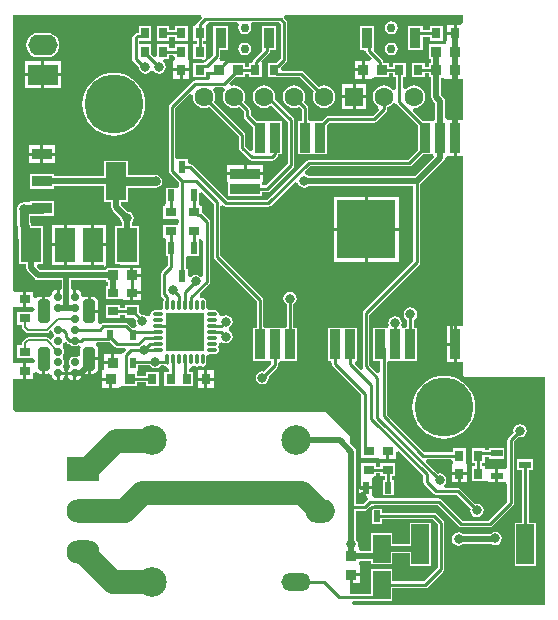
<source format=gtl>
G04*
G04 #@! TF.GenerationSoftware,Altium Limited,Altium Designer,23.4.1 (23)*
G04*
G04 Layer_Physical_Order=1*
G04 Layer_Color=255*
%FSLAX44Y44*%
%MOMM*%
G71*
G04*
G04 #@! TF.SameCoordinates,2E05C734-F49D-4732-BD03-9418B1375616*
G04*
G04*
G04 #@! TF.FilePolarity,Positive*
G04*
G01*
G75*
%ADD12C,0.2540*%
%ADD15C,0.2000*%
%ADD16C,0.1500*%
%ADD19R,0.8000X0.9500*%
%ADD20R,3.2500X3.2500*%
%ADD21O,0.3500X0.9500*%
%ADD22O,0.9500X0.3500*%
%ADD23R,0.7500X0.9500*%
%ADD24R,0.9500X0.9500*%
%ADD25R,0.9500X0.8000*%
%ADD26R,0.5500X0.9500*%
%ADD27R,0.9500X0.9500*%
%ADD28R,0.6000X1.0000*%
%ADD29R,0.9000X1.7000*%
%ADD30R,1.5500X2.4000*%
%ADD31R,1.5000X3.4000*%
%ADD32R,1.7500X0.9500*%
%ADD33R,1.7500X3.2000*%
%ADD34R,0.9000X2.5400*%
%ADD35R,2.5400X0.9000*%
%ADD36R,5.0000X5.0000*%
%ADD37R,1.8000X2.9000*%
%ADD38R,1.0000X0.6000*%
%ADD72C,2.0000*%
%ADD73C,0.5080*%
%ADD74C,0.7620*%
%ADD75C,0.5000*%
%ADD76C,1.6000*%
%ADD77C,5.0000*%
%ADD78R,1.6000X1.6000*%
%ADD79C,0.7500*%
%ADD80O,2.5000X1.7500*%
%ADD81R,2.5000X1.7500*%
G04:AMPARAMS|DCode=82|XSize=2mm|YSize=1mm|CornerRadius=0.25mm|HoleSize=0mm|Usage=FLASHONLY|Rotation=90.000|XOffset=0mm|YOffset=0mm|HoleType=Round|Shape=RoundedRectangle|*
%AMROUNDEDRECTD82*
21,1,2.0000,0.5000,0,0,90.0*
21,1,1.5000,1.0000,0,0,90.0*
1,1,0.5000,0.2500,0.7500*
1,1,0.5000,0.2500,-0.7500*
1,1,0.5000,-0.2500,-0.7500*
1,1,0.5000,-0.2500,0.7500*
%
%ADD82ROUNDEDRECTD82*%
G04:AMPARAMS|DCode=83|XSize=0.6mm|YSize=0.6mm|CornerRadius=0.15mm|HoleSize=0mm|Usage=FLASHONLY|Rotation=90.000|XOffset=0mm|YOffset=0mm|HoleType=Round|Shape=RoundedRectangle|*
%AMROUNDEDRECTD83*
21,1,0.6000,0.3000,0,0,90.0*
21,1,0.3000,0.6000,0,0,90.0*
1,1,0.3000,0.1500,0.1500*
1,1,0.3000,0.1500,-0.1500*
1,1,0.3000,-0.1500,-0.1500*
1,1,0.3000,-0.1500,0.1500*
%
%ADD83ROUNDEDRECTD83*%
%ADD84O,2.5000X2.0000*%
%ADD85C,2.5000*%
%ADD86O,2.5000X1.5000*%
%ADD87R,2.8000X2.0000*%
%ADD88O,2.8000X2.0000*%
%ADD89C,0.5000*%
%ADD90C,0.8000*%
G36*
X380876Y493941D02*
X378336Y491540D01*
X375270D01*
Y484250D01*
X374000D01*
Y482980D01*
X367460D01*
Y478269D01*
X366710Y476040D01*
Y475193D01*
X364250Y475000D01*
Y475000D01*
X351750D01*
Y462500D01*
X353881D01*
Y459500D01*
X351750D01*
Y456074D01*
X348250D01*
Y459500D01*
X337250D01*
Y447000D01*
X348250D01*
Y450426D01*
X351750D01*
Y447000D01*
X353881D01*
Y430000D01*
X354194Y428424D01*
X355087Y427087D01*
X357181Y424994D01*
Y411791D01*
X355300Y410200D01*
X354600D01*
Y410200D01*
X346594D01*
X338192Y418602D01*
X339219Y420840D01*
X339360Y421026D01*
X341780Y421344D01*
X344091Y422302D01*
X346076Y423825D01*
X347598Y425809D01*
X348555Y428120D01*
X348882Y430600D01*
X348555Y433080D01*
X347598Y435391D01*
X346076Y437375D01*
X344091Y438898D01*
X341780Y439855D01*
X339300Y440182D01*
X336820Y439855D01*
X334509Y438898D01*
X332525Y437375D01*
X332114Y436841D01*
X329574Y437703D01*
Y447000D01*
X332250D01*
Y459500D01*
X321250D01*
Y456074D01*
X318500D01*
Y459500D01*
X313002D01*
Y460322D01*
X312787Y461403D01*
X312175Y462319D01*
X312175Y462319D01*
X305205Y469289D01*
X305500Y470000D01*
X305500D01*
Y490000D01*
X293500D01*
Y470000D01*
X296225D01*
X298498Y469178D01*
X298713Y468097D01*
X299325Y467181D01*
X303426Y463080D01*
X302374Y460540D01*
X297520D01*
Y453250D01*
Y445960D01*
X303540D01*
Y446807D01*
X306000Y447000D01*
X306080Y447000D01*
X318500D01*
Y450426D01*
X321250D01*
Y447000D01*
X323926D01*
Y437312D01*
X321386Y436450D01*
X320676Y437375D01*
X318691Y438898D01*
X316380Y439855D01*
X313900Y440182D01*
X311420Y439855D01*
X309109Y438898D01*
X307125Y437375D01*
X305602Y435391D01*
X304645Y433080D01*
X304318Y430600D01*
X304645Y428120D01*
X305602Y425809D01*
X307125Y423825D01*
X308886Y422473D01*
X309134Y422076D01*
X309427Y419421D01*
X304310Y414304D01*
X266700D01*
X266700Y414304D01*
X265619Y414089D01*
X264703Y413477D01*
X264703Y413477D01*
X261426Y410200D01*
X253700Y410200D01*
X251620Y410200D01*
X249824Y411996D01*
Y421300D01*
X249824Y421300D01*
X249609Y422381D01*
X248997Y423297D01*
X248997Y423297D01*
X246141Y426153D01*
X246956Y428120D01*
X247282Y430600D01*
X246956Y433080D01*
X245998Y435391D01*
X244475Y437375D01*
X242491Y438898D01*
X240180Y439855D01*
X237700Y440182D01*
X235220Y439855D01*
X232909Y438898D01*
X230925Y437375D01*
X229402Y435391D01*
X228445Y433080D01*
X228118Y430600D01*
X228445Y428120D01*
X229402Y425809D01*
X230925Y423825D01*
X232909Y422302D01*
X235220Y421344D01*
X237700Y421018D01*
X240180Y421344D01*
X242147Y422159D01*
X244176Y420130D01*
Y410200D01*
X241000D01*
Y381800D01*
X251160D01*
X253000Y381800D01*
X255540Y381800D01*
X265700D01*
Y406486D01*
X267870Y408656D01*
X305480D01*
X305480Y408656D01*
X306561Y408871D01*
X307477Y409483D01*
X315897Y417903D01*
X316509Y418819D01*
X316724Y419900D01*
Y421487D01*
X318691Y422302D01*
X320676Y423825D01*
X321552Y424966D01*
X322812Y424968D01*
X324252Y424703D01*
X324356Y424648D01*
X324753Y424053D01*
X342600Y406206D01*
Y385794D01*
X334130Y377324D01*
X250250D01*
X250250Y377324D01*
X249169Y377109D01*
X248253Y376497D01*
X214830Y343074D01*
X181420D01*
X151497Y372997D01*
X150581Y373609D01*
X149500Y373824D01*
X147750Y375477D01*
Y377500D01*
X138750D01*
X137324Y379449D01*
Y420830D01*
X149699Y433205D01*
X152105Y432019D01*
X151918Y430600D01*
X152245Y428120D01*
X153202Y425809D01*
X154725Y423825D01*
X156709Y422302D01*
X159020Y421344D01*
X161500Y421018D01*
X163980Y421344D01*
X165947Y422159D01*
X190876Y397230D01*
Y387300D01*
X190876Y387300D01*
X191091Y386219D01*
X191703Y385303D01*
X199753Y377253D01*
X199753Y377253D01*
X200669Y376641D01*
X201750Y376426D01*
X201750Y376426D01*
X219230D01*
X219230Y376426D01*
X220311Y376641D01*
X221227Y377253D01*
X223597Y379623D01*
X224209Y380539D01*
X224424Y381620D01*
X226853Y381800D01*
X227600D01*
Y410200D01*
X215600D01*
Y410200D01*
X214900D01*
Y410200D01*
X205934D01*
X200944Y415190D01*
Y419380D01*
X200729Y420461D01*
X200117Y421377D01*
X200117Y421377D01*
X195341Y426153D01*
X196155Y428120D01*
X196482Y430600D01*
X196155Y433080D01*
X195198Y435391D01*
X193675Y437375D01*
X191691Y438898D01*
X189380Y439855D01*
X186900Y440182D01*
X184420Y439855D01*
X183018Y442024D01*
X187994Y447000D01*
X196500D01*
Y449926D01*
X199250D01*
Y447000D01*
X210250D01*
Y459500D01*
X210250D01*
X209882Y460388D01*
X216676Y467182D01*
X216676Y467182D01*
X217288Y468098D01*
X217503Y469179D01*
Y470000D01*
X222500D01*
Y490000D01*
X210500D01*
Y470000D01*
X210500D01*
X210795Y469289D01*
X203826Y462320D01*
X203214Y461404D01*
X202999Y460323D01*
X200726Y459500D01*
X199250D01*
Y455574D01*
X196500D01*
Y459500D01*
X184000D01*
Y459500D01*
X181540Y459693D01*
Y460540D01*
X175486D01*
X175044Y461319D01*
X174527Y463080D01*
X174879Y463606D01*
X175094Y464687D01*
X175094Y464687D01*
Y470000D01*
X181500D01*
Y490000D01*
X169500D01*
Y484523D01*
X169446Y484250D01*
X169500Y483977D01*
Y477043D01*
X169446Y476770D01*
X169446Y476770D01*
Y465857D01*
X166006Y462417D01*
X163500Y463504D01*
Y475000D01*
X160824D01*
Y478000D01*
X163500D01*
Y490500D01*
X163500D01*
X163460Y490973D01*
X165727Y493426D01*
X189588D01*
X191018Y491107D01*
X191022Y490886D01*
X190647Y489000D01*
X191055Y486952D01*
X192215Y485215D01*
X193952Y484055D01*
X196000Y483647D01*
X198048Y484055D01*
X199785Y485215D01*
X200945Y486952D01*
X201353Y489000D01*
X200978Y490886D01*
X200982Y491107D01*
X202412Y493426D01*
X225074D01*
X226426Y492074D01*
Y462920D01*
X223006Y459500D01*
X215250D01*
Y447000D01*
X223207D01*
X223480Y446946D01*
X224867D01*
X224968Y446926D01*
X224968Y446926D01*
X242780D01*
X254659Y435047D01*
X253845Y433080D01*
X253518Y430600D01*
X253845Y428120D01*
X254802Y425809D01*
X256325Y423825D01*
X258309Y422302D01*
X260620Y421344D01*
X263100Y421018D01*
X265580Y421344D01*
X267891Y422302D01*
X269876Y423825D01*
X271398Y425809D01*
X272355Y428120D01*
X272682Y430600D01*
X272355Y433080D01*
X271398Y435391D01*
X269876Y437375D01*
X267891Y438898D01*
X265580Y439855D01*
X263100Y440182D01*
X260620Y439855D01*
X258653Y439041D01*
X245947Y451747D01*
X245031Y452359D01*
X243950Y452574D01*
X243950Y452574D01*
X227115D01*
X226608Y455114D01*
X231247Y459753D01*
X231247Y459753D01*
X231859Y460669D01*
X232074Y461750D01*
X232074Y461750D01*
Y493244D01*
X232074Y493244D01*
X231859Y494325D01*
X231247Y495241D01*
X229028Y497460D01*
X230080Y500000D01*
X380876D01*
Y493941D01*
D02*
G37*
G36*
X159716Y497460D02*
X156003Y493747D01*
X155391Y492831D01*
X155176Y491750D01*
X153188Y490500D01*
X152500D01*
Y478000D01*
X155176D01*
Y475000D01*
X152500D01*
Y462500D01*
X159959D01*
X161331Y459960D01*
X161029Y459500D01*
X152500D01*
Y447000D01*
X163500D01*
Y451243D01*
X163520Y451328D01*
X164420Y451714D01*
X166960Y450039D01*
Y445960D01*
X165098Y444324D01*
X154000D01*
X152919Y444109D01*
X152003Y443497D01*
X152003Y443497D01*
X132503Y423997D01*
X131891Y423081D01*
X131676Y422000D01*
X131676Y422000D01*
Y367750D01*
X131676Y367750D01*
X131891Y366669D01*
X132503Y365753D01*
X140426Y357830D01*
Y354380D01*
X138250Y353500D01*
X137886Y353500D01*
X129250D01*
Y340500D01*
X129250D01*
X128550Y338250D01*
X127000D01*
Y327250D01*
X137886D01*
X139500Y327250D01*
X140426Y325093D01*
Y324407D01*
X139500Y322250D01*
X127000D01*
Y311250D01*
X128550D01*
X129250Y309000D01*
X129250D01*
Y296000D01*
X130926D01*
Y287670D01*
X125503Y282247D01*
X124891Y281331D01*
X124676Y280250D01*
X124676Y280250D01*
Y263250D01*
X124676Y263250D01*
X124891Y262169D01*
X125503Y261253D01*
X127242Y259514D01*
Y258598D01*
X127189Y258518D01*
X126936Y257250D01*
Y251818D01*
X125972Y250528D01*
X124682Y249564D01*
X119250D01*
X117982Y249311D01*
X116907Y248593D01*
X116189Y247518D01*
X115936Y246250D01*
X116036Y245748D01*
X115673Y245108D01*
X114995Y244862D01*
X112611Y244619D01*
X111396Y245431D01*
X109250Y245858D01*
X108668Y245742D01*
X106750Y247446D01*
Y254250D01*
X94250D01*
Y251574D01*
X90750D01*
Y254250D01*
X78250D01*
Y243250D01*
X90750D01*
Y245926D01*
X94250D01*
Y243250D01*
X101997D01*
X103822Y241151D01*
X103642Y240250D01*
X104069Y238104D01*
X104446Y237540D01*
X103088Y235000D01*
X100692D01*
X97195Y238497D01*
X96279Y239109D01*
X95198Y239324D01*
X95198Y239324D01*
X76250D01*
X76250Y239324D01*
X75169Y239109D01*
X74253Y238497D01*
X74253Y238497D01*
X73857Y238101D01*
X71681Y239248D01*
X71572Y239409D01*
X71939Y241250D01*
Y247480D01*
X64300D01*
Y248750D01*
X63030D01*
Y261389D01*
X61800D01*
X60159Y261062D01*
X59387Y261315D01*
X57619Y262573D01*
Y262750D01*
X57306Y264326D01*
X56413Y265663D01*
X55076Y266556D01*
X53500Y266869D01*
X53270D01*
Y261250D01*
X50730D01*
Y266869D01*
X50500D01*
X49078Y268036D01*
Y275381D01*
X78250D01*
Y273250D01*
X80422D01*
Y270250D01*
X78250D01*
Y259250D01*
X90670D01*
X90750Y259250D01*
X93210Y259057D01*
Y258210D01*
X99230D01*
Y264750D01*
X100500D01*
Y266020D01*
X107790D01*
Y269670D01*
X107790Y271290D01*
X107790Y273830D01*
Y278230D01*
X100500D01*
Y280770D01*
X107790D01*
Y286790D01*
X107547D01*
X106750Y289000D01*
X106750Y289330D01*
Y321000D01*
X100369D01*
Y324015D01*
X101431Y325604D01*
X101858Y327750D01*
X101431Y329896D01*
X100215Y331715D01*
X98396Y332931D01*
X96522Y333304D01*
X91369Y338456D01*
Y341500D01*
X97500D01*
Y353586D01*
X119526D01*
X120500Y353392D01*
X122646Y353819D01*
X124465Y355035D01*
X125681Y356854D01*
X126108Y359000D01*
X125681Y361146D01*
X124465Y362965D01*
X122646Y364181D01*
X120500Y364608D01*
X119526Y364414D01*
X97500D01*
Y376500D01*
X77000D01*
Y363119D01*
X34500D01*
Y365250D01*
X14000D01*
Y352750D01*
X34500D01*
Y354881D01*
X77000D01*
Y341500D01*
X83131D01*
Y336750D01*
X83444Y335174D01*
X84337Y333837D01*
X90696Y327478D01*
X91069Y325604D01*
X92131Y324015D01*
Y321000D01*
X85750D01*
Y289000D01*
X89974D01*
X91394Y286460D01*
X90968Y285767D01*
X90750Y285750D01*
X90670Y285750D01*
X80790D01*
X79587Y285750D01*
Y285750D01*
X80433Y285750D01*
X79530Y285909D01*
X78790Y287960D01*
X78790Y288212D01*
X78790Y289946D01*
Y303730D01*
X68520D01*
Y287960D01*
X76250D01*
X76588Y287960D01*
X77858Y285588D01*
X77591Y284964D01*
X77370Y284699D01*
X76465Y283619D01*
X22706D01*
X19865Y286460D01*
X20917Y289000D01*
X25500D01*
Y321000D01*
X15224D01*
Y321241D01*
X14812Y323313D01*
X14237Y324174D01*
Y329750D01*
X34500D01*
Y342250D01*
X14000D01*
Y341289D01*
X9095D01*
X8750Y341358D01*
X6604Y340931D01*
X4785Y339715D01*
X3569Y337896D01*
X3142Y335750D01*
X3409Y334411D01*
Y322228D01*
X3409Y322228D01*
X3821Y320156D01*
X4396Y319295D01*
Y310190D01*
X4396Y310190D01*
X4500Y309667D01*
Y289000D01*
X10881D01*
Y285500D01*
X11194Y283924D01*
X12087Y282587D01*
X18087Y276587D01*
X19424Y275694D01*
X21000Y275381D01*
X40922D01*
Y268036D01*
X39500Y266869D01*
X39270D01*
Y261250D01*
X36730D01*
Y266869D01*
X36500D01*
X34924Y266556D01*
X33587Y265663D01*
X32694Y264326D01*
X32381Y262750D01*
Y262573D01*
X30613Y261315D01*
X29841Y261062D01*
X28200Y261389D01*
X26970D01*
Y248750D01*
X24430D01*
Y261389D01*
X23200D01*
X21233Y260998D01*
X19566Y259884D01*
X17040Y260675D01*
Y265540D01*
X11020D01*
Y259000D01*
Y252460D01*
X15521D01*
X17040Y252460D01*
X18061Y250343D01*
Y249656D01*
X16000Y248500D01*
X3500D01*
Y237500D01*
X7458D01*
Y235748D01*
X7632Y234870D01*
X8130Y234126D01*
X10879Y231376D01*
X11624Y230879D01*
X12502Y230704D01*
X28323D01*
X29201Y230879D01*
X29945Y231376D01*
X31194Y232625D01*
X33543Y231381D01*
X33674Y230722D01*
X34337Y229730D01*
Y227770D01*
X33674Y226778D01*
X33542Y226115D01*
X31195Y224871D01*
X29944Y226122D01*
X29199Y226619D01*
X28321Y226794D01*
X12500D01*
X11622Y226619D01*
X10878Y226122D01*
X8128Y223372D01*
X7631Y222628D01*
X7456Y221750D01*
Y220000D01*
X3500D01*
Y209000D01*
X16000D01*
X18061Y207844D01*
Y207157D01*
X17040Y205040D01*
X15521Y205040D01*
X11020D01*
Y198500D01*
Y191960D01*
X17040D01*
Y196826D01*
X19566Y197616D01*
X21233Y196502D01*
X23200Y196111D01*
X24430D01*
Y208750D01*
X26970D01*
Y196111D01*
X28200D01*
X29841Y196438D01*
X30613Y196185D01*
X32381Y194927D01*
Y194750D01*
X32694Y193174D01*
X33587Y191837D01*
X34924Y190944D01*
X36500Y190631D01*
X36730D01*
Y196250D01*
X38000D01*
Y197520D01*
X43619D01*
Y197750D01*
X43306Y199326D01*
X43033Y199734D01*
X41663Y201873D01*
X42326Y202865D01*
X42559Y204036D01*
Y207036D01*
X42326Y208206D01*
X41663Y209199D01*
Y211159D01*
X42326Y212151D01*
X42559Y213321D01*
Y216321D01*
X42326Y217492D01*
X41663Y218484D01*
Y220444D01*
X42326Y221437D01*
X42408Y221851D01*
X44293Y222706D01*
X45099Y222752D01*
X45741Y222110D01*
X45741Y222110D01*
X46657Y221498D01*
X47738Y221283D01*
X47777D01*
X48337Y220444D01*
X49330Y219781D01*
X50500Y219548D01*
X53500D01*
X54671Y219781D01*
X55203Y220137D01*
X55258Y220103D01*
X57052Y218216D01*
X56661Y216250D01*
Y211586D01*
X55939Y210961D01*
X54121Y209971D01*
X53500Y210095D01*
X50500D01*
X49330Y209862D01*
X48337Y209199D01*
X47674Y208206D01*
X47441Y207036D01*
Y204036D01*
X47674Y202865D01*
X48337Y201873D01*
X46967Y199734D01*
X46694Y199326D01*
X46381Y197750D01*
Y197520D01*
X52000D01*
Y196250D01*
X53270D01*
Y190631D01*
X53500D01*
X55076Y190944D01*
X56413Y191837D01*
X57306Y193174D01*
X57619Y194750D01*
Y194927D01*
X59387Y196185D01*
X60159Y196438D01*
X61800Y196111D01*
X63030D01*
Y208750D01*
X64300D01*
Y210020D01*
X71939D01*
Y216250D01*
X71548Y218216D01*
X70434Y219884D01*
X70390Y219913D01*
X71160Y222453D01*
X80520D01*
X80520Y222453D01*
X80757Y222500D01*
X82256D01*
X85753Y219003D01*
X85753Y219003D01*
X86669Y218391D01*
X87750Y218176D01*
X94363D01*
X95335Y215829D01*
X93308Y213802D01*
X92388Y213226D01*
X90939Y212564D01*
X90006Y212540D01*
X85270D01*
Y205250D01*
X84000D01*
Y203980D01*
X76710D01*
Y198790D01*
X75210D01*
Y192770D01*
X82500D01*
Y191500D01*
X83770D01*
Y184210D01*
X89790D01*
Y185057D01*
X92250Y185250D01*
X92330Y185250D01*
X104750D01*
Y188676D01*
X112000D01*
Y185250D01*
X123000D01*
Y197750D01*
X112000D01*
Y194324D01*
X104750D01*
Y197750D01*
X104750Y197750D01*
X105250Y199000D01*
X105250D01*
X105250Y200083D01*
Y203426D01*
X115522D01*
X116285Y202285D01*
X118104Y201069D01*
X120250Y200642D01*
X122396Y201069D01*
X124215Y202285D01*
X124978Y203426D01*
X127560D01*
X127907Y202907D01*
X128982Y202189D01*
X130250Y201936D01*
X132074Y200290D01*
X131672Y197750D01*
X128000D01*
Y185250D01*
X139000D01*
Y185250D01*
X141500D01*
Y185250D01*
X152500D01*
Y197750D01*
X148827D01*
X148426Y200290D01*
X150250Y201936D01*
X151518Y202189D01*
X152750Y202826D01*
X153982Y202188D01*
X155250Y201936D01*
X156518Y202189D01*
X157750Y202826D01*
X158982Y202188D01*
X160250Y201936D01*
X161518Y202189D01*
X162593Y202907D01*
X163311Y203982D01*
X163564Y205250D01*
Y210682D01*
X164528Y211972D01*
X165818Y212936D01*
X171250D01*
X172518Y213189D01*
X173593Y213907D01*
X174311Y214982D01*
X174564Y216250D01*
X174311Y217518D01*
X173593Y218593D01*
Y218907D01*
X174311Y219982D01*
X174564Y221250D01*
X174489Y221624D01*
X176793Y223028D01*
X177854Y222319D01*
X180000Y221892D01*
X182146Y222319D01*
X183965Y223535D01*
X185181Y225354D01*
X185608Y227500D01*
X185181Y229646D01*
X183965Y231465D01*
X182658Y232339D01*
X182439Y233398D01*
Y234102D01*
X182658Y235161D01*
X183965Y236035D01*
X185181Y237854D01*
X185608Y240000D01*
X185181Y242146D01*
X183965Y243965D01*
X182146Y245181D01*
X180000Y245608D01*
X177854Y245181D01*
X176793Y244472D01*
X174489Y245876D01*
X174564Y246250D01*
X174311Y247518D01*
X173593Y248593D01*
X172518Y249311D01*
X171250Y249564D01*
X165818D01*
X164528Y250528D01*
X163564Y251818D01*
Y257250D01*
X163311Y258518D01*
X162593Y259593D01*
X161518Y260311D01*
X160250Y260564D01*
X158982Y260311D01*
X158088Y260947D01*
X157845Y264101D01*
X165747Y272003D01*
X165747Y272003D01*
X166359Y272919D01*
X166574Y274000D01*
Y324750D01*
X166359Y325831D01*
X165747Y326747D01*
X165747Y326747D01*
X160477Y332017D01*
X159561Y332629D01*
X159500Y332641D01*
Y338250D01*
X157950D01*
X157250Y340500D01*
X157250D01*
Y349187D01*
X159597Y350159D01*
X169676Y340080D01*
Y295000D01*
X169676Y295000D01*
X169891Y293919D01*
X170503Y293003D01*
X206076Y257430D01*
Y235000D01*
X202900D01*
Y206600D01*
X213060D01*
X214900Y206600D01*
X217807Y206600D01*
X218316Y204060D01*
X212096Y197840D01*
X210750Y198108D01*
X208604Y197681D01*
X206785Y196465D01*
X205569Y194646D01*
X205142Y192500D01*
X205569Y190354D01*
X206785Y188535D01*
X208604Y187319D01*
X210750Y186892D01*
X212896Y187319D01*
X214715Y188535D01*
X215931Y190354D01*
X216358Y192500D01*
X216090Y193846D01*
X223497Y201253D01*
X223497Y201253D01*
X224109Y202169D01*
X224324Y203250D01*
X224324Y203250D01*
Y204804D01*
X226120Y206600D01*
X227600D01*
X230140Y206600D01*
X240300D01*
Y235000D01*
X237074D01*
Y254880D01*
X238215Y255643D01*
X239431Y257462D01*
X239858Y259608D01*
X239431Y261754D01*
X238215Y263573D01*
X236396Y264789D01*
X234250Y265215D01*
X232104Y264789D01*
X230285Y263573D01*
X229069Y261754D01*
X228642Y259608D01*
X229069Y257462D01*
X230285Y255643D01*
X231426Y254880D01*
Y236796D01*
X229630Y235000D01*
X228300D01*
X225760Y235000D01*
X217440D01*
X215600Y235000D01*
X213520Y235000D01*
X211724Y236796D01*
Y258600D01*
X211724Y258600D01*
X211509Y259681D01*
X210897Y260597D01*
X175324Y296170D01*
Y337863D01*
X177671Y338835D01*
X178253Y338253D01*
X178253Y338253D01*
X179169Y337641D01*
X180250Y337426D01*
X216000D01*
X216000Y337426D01*
X217081Y337641D01*
X217997Y338253D01*
X238439Y358695D01*
X241132Y357796D01*
X241319Y356854D01*
X242535Y355035D01*
X244354Y353819D01*
X246500Y353392D01*
X248646Y353819D01*
X250235Y354881D01*
X338691D01*
Y291435D01*
X296503Y249247D01*
X295891Y248331D01*
X295676Y247250D01*
X295676Y247250D01*
Y202250D01*
X295676Y202250D01*
X295891Y201169D01*
X296341Y200495D01*
X294368Y198876D01*
X289184Y204060D01*
X290236Y206600D01*
X291100D01*
Y235000D01*
X279100D01*
Y235000D01*
X278400D01*
Y235000D01*
X266400D01*
Y206600D01*
X268858D01*
X269576Y204350D01*
X269791Y203269D01*
X270403Y202353D01*
X294676Y178080D01*
Y134718D01*
X294676Y134718D01*
X294696Y134617D01*
Y133230D01*
X294696Y133230D01*
X294750Y132957D01*
Y125000D01*
X307250D01*
Y125000D01*
X309710Y124807D01*
Y123960D01*
X315730D01*
Y130500D01*
X318270D01*
Y123960D01*
X324290D01*
Y129397D01*
X326637Y130369D01*
X347176Y109830D01*
Y104500D01*
X347176Y104500D01*
X347391Y103419D01*
X348003Y102503D01*
X356003Y94503D01*
X356003Y94503D01*
X356919Y93891D01*
X358000Y93676D01*
X358000Y93676D01*
X375080D01*
X387160Y81596D01*
X386892Y80250D01*
X387319Y78104D01*
X388535Y76285D01*
X390354Y75069D01*
X392500Y74642D01*
X394646Y75069D01*
X396465Y76285D01*
X397681Y78104D01*
X398108Y80250D01*
X397681Y82396D01*
X396465Y84215D01*
X394646Y85431D01*
X392500Y85858D01*
X391154Y85590D01*
X378247Y98497D01*
X377331Y99109D01*
X376250Y99324D01*
X376250Y99324D01*
X365481D01*
X364710Y101864D01*
X364965Y102035D01*
X366181Y103854D01*
X366608Y106000D01*
X366181Y108146D01*
X364965Y109965D01*
X363146Y111181D01*
X361000Y111608D01*
X359654Y111340D01*
X349415Y121579D01*
X350387Y123926D01*
X370454D01*
X372250Y122130D01*
X372250Y120649D01*
X371210Y118540D01*
X371210Y118391D01*
Y112520D01*
X377750D01*
X384290D01*
Y118391D01*
X384290Y118540D01*
X383250Y120649D01*
X383250Y121080D01*
Y133000D01*
X372250D01*
Y129574D01*
X348130D01*
X316324Y161380D01*
Y204423D01*
X317200Y206600D01*
X319040Y206600D01*
X327360D01*
X329200Y206600D01*
X331740Y206600D01*
X341900D01*
Y235000D01*
X339074D01*
Y241772D01*
X340215Y242535D01*
X341431Y244354D01*
X341858Y246500D01*
X341431Y248646D01*
X340215Y250465D01*
X338396Y251681D01*
X336250Y252108D01*
X334104Y251681D01*
X332285Y250465D01*
X331069Y248646D01*
X330642Y246500D01*
X331069Y244354D01*
X332285Y242535D01*
X333426Y241772D01*
Y236796D01*
X331630Y235000D01*
X330331Y235000D01*
X329371Y235873D01*
X328838Y236514D01*
X328592Y237540D01*
X328858Y238875D01*
X328431Y241021D01*
X327215Y242840D01*
X325396Y244056D01*
X323250Y244482D01*
X321104Y244056D01*
X319285Y242840D01*
X318069Y241021D01*
X317642Y238875D01*
X317908Y237540D01*
X317584Y236380D01*
X317226Y235961D01*
X316169Y235000D01*
X314660Y235000D01*
X304500D01*
Y206600D01*
X310676D01*
Y197661D01*
X308136Y196608D01*
X301324Y203420D01*
Y246080D01*
X343512Y288268D01*
X343512Y288268D01*
X344124Y289184D01*
X344339Y290265D01*
X344339Y290265D01*
Y356028D01*
X344428Y356087D01*
X364213Y375872D01*
X365106Y377209D01*
X365419Y378785D01*
Y378858D01*
X366960Y380760D01*
X372730D01*
Y396000D01*
Y411240D01*
X366960D01*
X365419Y413142D01*
Y426700D01*
X365106Y428276D01*
X364213Y429613D01*
X362119Y431706D01*
Y445964D01*
X364170Y446775D01*
X366710Y445960D01*
Y445960D01*
X372730D01*
Y453250D01*
X375270D01*
Y445960D01*
X380876D01*
Y411240D01*
X375270D01*
Y396000D01*
Y380760D01*
X380876D01*
X380876Y236040D01*
X375270D01*
Y220800D01*
Y205560D01*
X380876D01*
Y195000D01*
X381352Y193852D01*
X382500Y193376D01*
X450000D01*
X450000Y-0D01*
X288547Y-0D01*
X286910Y2072D01*
X287686Y3946D01*
X305270D01*
X305270Y3946D01*
X305543Y4000D01*
X321000D01*
Y14676D01*
X349000D01*
X349000Y14676D01*
X350081Y14891D01*
X350997Y15503D01*
X363997Y28503D01*
X364609Y29419D01*
X364824Y30500D01*
X364824Y30500D01*
Y70000D01*
X364824Y70000D01*
X364609Y71081D01*
X363997Y71997D01*
X363997Y71997D01*
X358367Y77627D01*
X357451Y78239D01*
X356370Y78454D01*
X356370Y78454D01*
X312539D01*
Y82130D01*
X306991D01*
X305524Y84670D01*
X305602Y84806D01*
X358950D01*
X377003Y66753D01*
X377003Y66753D01*
X377919Y66141D01*
X379000Y65926D01*
X403500D01*
X403500Y65926D01*
X404581Y66141D01*
X405497Y66753D01*
X423247Y84503D01*
X423247Y84503D01*
X423859Y85419D01*
X424074Y86500D01*
X424074Y86500D01*
Y138830D01*
X427654Y142410D01*
X429000Y142142D01*
X431146Y142569D01*
X432965Y143785D01*
X434181Y145604D01*
X434608Y147750D01*
X434181Y149896D01*
X432965Y151715D01*
X431146Y152931D01*
X429000Y153358D01*
X426854Y152931D01*
X425035Y151715D01*
X423819Y149896D01*
X423392Y147750D01*
X423660Y146404D01*
X419253Y141997D01*
X418641Y141081D01*
X418426Y140000D01*
X418426Y140000D01*
Y116903D01*
X416790Y115040D01*
X415886Y115040D01*
X410520D01*
Y109500D01*
Y103960D01*
X415886D01*
X416790Y103960D01*
X418426Y102098D01*
Y87670D01*
X402330Y71574D01*
X380170D01*
X362117Y89627D01*
X361201Y90239D01*
X360120Y90454D01*
X360120Y90454D01*
X305942D01*
X304079Y92090D01*
X304079Y92994D01*
Y98360D01*
X292999D01*
Y92090D01*
X299247D01*
X300042Y89881D01*
X300056Y89550D01*
X296330Y85824D01*
X290369D01*
Y130000D01*
X290056Y131576D01*
X289163Y132913D01*
X285500Y136575D01*
Y142533D01*
X264381Y163652D01*
X2540Y163652D01*
X0Y166192D01*
Y191767D01*
X2460Y191960D01*
X2540Y191960D01*
X8480D01*
Y198500D01*
Y205040D01*
X2540D01*
X2460Y205040D01*
X0Y205233D01*
Y252267D01*
X2460Y252460D01*
X2540Y252460D01*
X8480D01*
Y259000D01*
Y265540D01*
X2540D01*
X2460Y265540D01*
X0Y265733D01*
Y500000D01*
X158664D01*
X159716Y497460D01*
D02*
G37*
G36*
X178916Y437322D02*
X179249Y436235D01*
X178602Y435391D01*
X177645Y433080D01*
X177318Y430600D01*
X177645Y428120D01*
X178602Y425809D01*
X180125Y423825D01*
X182109Y422302D01*
X184420Y421344D01*
X186900Y421018D01*
X189380Y421344D01*
X191347Y422159D01*
X195296Y418210D01*
Y414020D01*
X195296Y414020D01*
X195511Y412939D01*
X196123Y412023D01*
X202900Y405246D01*
Y385413D01*
X200553Y384441D01*
X196524Y388470D01*
Y398400D01*
X196310Y399481D01*
X195697Y400397D01*
X169941Y426153D01*
X170756Y428120D01*
X171082Y430600D01*
X170756Y433080D01*
X169798Y435391D01*
X169227Y436136D01*
X170479Y438676D01*
X177921D01*
X178916Y437322D01*
D02*
G37*
G36*
X354600Y381800D02*
X355300D01*
X355950Y379260D01*
X339809Y363119D01*
X250235D01*
X248646Y364181D01*
X247704Y364368D01*
X246805Y367061D01*
X251420Y371676D01*
X335300D01*
X335300Y371676D01*
X336381Y371891D01*
X337297Y372503D01*
X346594Y381800D01*
X354600D01*
Y381800D01*
D02*
G37*
G36*
X160926Y307823D02*
Y279086D01*
X158428Y278252D01*
X156609Y279468D01*
X154463Y279895D01*
X152317Y279468D01*
X150498Y278252D01*
X150290Y277942D01*
X147750Y278712D01*
Y285000D01*
X146074D01*
Y295121D01*
X148250Y296000D01*
X148614Y296000D01*
X157250D01*
Y309000D01*
X157250D01*
X157473Y309718D01*
X158639Y309912D01*
X160926Y307823D01*
D02*
G37*
G36*
X303539Y81453D02*
Y69130D01*
X312539D01*
Y72806D01*
X355200D01*
X359176Y68830D01*
Y31670D01*
X347830Y20324D01*
X321000D01*
Y27256D01*
X321054Y27529D01*
X321000Y27802D01*
Y31000D01*
X302500D01*
Y9594D01*
X285500D01*
Y18640D01*
X293423D01*
Y24660D01*
X286133D01*
Y27199D01*
X293423D01*
Y33219D01*
X293423D01*
X292609Y35759D01*
X293419Y37810D01*
X302500D01*
Y34500D01*
X321000D01*
Y43881D01*
X335500D01*
Y33000D01*
X353500D01*
Y70000D01*
X335500D01*
Y52119D01*
X321000D01*
Y61500D01*
X302500D01*
Y46049D01*
X293371D01*
X292383Y48179D01*
D01*
X291653Y50719D01*
X291858Y51750D01*
X291431Y53896D01*
X290369Y55485D01*
Y80176D01*
X297500D01*
X297500Y80176D01*
X298581Y80391D01*
X299497Y81003D01*
X301264Y82770D01*
X303539Y81453D01*
D02*
G37*
%LPC*%
G36*
X358000Y490574D02*
X357627Y490500D01*
X352500D01*
Y487074D01*
X346500D01*
Y490000D01*
X334500D01*
Y470000D01*
X346500D01*
Y481426D01*
X352500D01*
Y478000D01*
X363500D01*
Y490500D01*
X358373D01*
X358000Y490574D01*
D02*
G37*
G36*
X372730Y491540D02*
X367460D01*
Y485520D01*
X372730D01*
Y491540D01*
D02*
G37*
G36*
X320000Y494353D02*
X317952Y493945D01*
X316215Y492785D01*
X315055Y491048D01*
X314647Y489000D01*
X315055Y486952D01*
X316215Y485215D01*
X317952Y484055D01*
X320000Y483647D01*
X322048Y484055D01*
X323785Y485215D01*
X324945Y486952D01*
X325353Y489000D01*
X324945Y491048D01*
X323785Y492785D01*
X322048Y493945D01*
X320000Y494353D01*
D02*
G37*
G36*
Y476353D02*
X317952Y475945D01*
X316215Y474785D01*
X315055Y473049D01*
X314647Y471000D01*
X315055Y468952D01*
X316215Y467215D01*
X317952Y466055D01*
X320000Y465647D01*
X322048Y466055D01*
X323785Y467215D01*
X324945Y468952D01*
X325353Y471000D01*
X324945Y473049D01*
X323785Y474785D01*
X322048Y475945D01*
X320000Y476353D01*
D02*
G37*
G36*
X196000Y476353D02*
X193952Y475945D01*
X192215Y474785D01*
X191055Y473048D01*
X190647Y471000D01*
X191055Y468952D01*
X192215Y467215D01*
X193952Y466055D01*
X196000Y465647D01*
X198048Y466055D01*
X199785Y467215D01*
X200945Y468952D01*
X201353Y471000D01*
X200945Y473048D01*
X199785Y474785D01*
X198048Y475945D01*
X196000Y476353D01*
D02*
G37*
G36*
X294980Y460540D02*
X288960D01*
Y454520D01*
X294980D01*
Y460540D01*
D02*
G37*
G36*
Y451980D02*
X288960D01*
Y445960D01*
X294980D01*
Y451980D01*
D02*
G37*
G36*
X299040Y441140D02*
X289770D01*
Y431870D01*
X299040D01*
Y441140D01*
D02*
G37*
G36*
X287230D02*
X277960D01*
Y431870D01*
X287230D01*
Y441140D01*
D02*
G37*
G36*
X299040Y429330D02*
X289770D01*
Y420060D01*
X299040D01*
Y429330D01*
D02*
G37*
G36*
X287230D02*
X277960D01*
Y420060D01*
X287230D01*
Y429330D01*
D02*
G37*
G36*
X211440Y372490D02*
X197470D01*
Y366720D01*
X211440D01*
Y372490D01*
D02*
G37*
G36*
X194930D02*
X180960D01*
Y366720D01*
X194930D01*
Y372490D01*
D02*
G37*
G36*
X212300Y440182D02*
X209820Y439855D01*
X207509Y438898D01*
X205525Y437375D01*
X204002Y435391D01*
X203045Y433080D01*
X202718Y430600D01*
X203045Y428120D01*
X204002Y425809D01*
X205525Y423825D01*
X207509Y422302D01*
X209820Y421344D01*
X212300Y421018D01*
X214780Y421344D01*
X217091Y422302D01*
X218428Y423328D01*
X232426Y409330D01*
Y374170D01*
X213830Y355574D01*
X210400D01*
Y358410D01*
X211440D01*
Y364180D01*
X180960D01*
Y358410D01*
X182000D01*
Y346750D01*
X210400D01*
Y349926D01*
X215000D01*
X215000Y349926D01*
X216081Y350141D01*
X216997Y350753D01*
X237247Y371003D01*
X237247Y371003D01*
X237859Y371919D01*
X238074Y373000D01*
Y410500D01*
X237859Y411581D01*
X237247Y412497D01*
X237247Y412497D01*
X221563Y428181D01*
X221882Y430600D01*
X221556Y433080D01*
X220598Y435391D01*
X219076Y437375D01*
X217091Y438898D01*
X214780Y439855D01*
X212300Y440182D01*
D02*
G37*
G36*
X147500Y490500D02*
X136500D01*
Y487074D01*
X132250D01*
Y490500D01*
X121750D01*
Y478000D01*
X132250D01*
Y481426D01*
X136500D01*
Y478000D01*
X147500D01*
Y490500D01*
D02*
G37*
G36*
X28750Y484588D02*
X21250D01*
X18574Y484236D01*
X16081Y483203D01*
X13940Y481560D01*
X12297Y479419D01*
X11264Y476926D01*
X10912Y474250D01*
X11264Y471574D01*
X12297Y469081D01*
X13940Y466940D01*
X16081Y465297D01*
X18574Y464264D01*
X21250Y463912D01*
X28750D01*
X31426Y464264D01*
X33919Y465297D01*
X36060Y466940D01*
X37703Y469081D01*
X38736Y471574D01*
X39088Y474250D01*
X38736Y476926D01*
X37703Y479419D01*
X36060Y481560D01*
X33919Y483203D01*
X31426Y484236D01*
X28750Y484588D01*
D02*
G37*
G36*
X116750Y490500D02*
X106250D01*
Y484574D01*
X104988D01*
X103907Y484359D01*
X102991Y483747D01*
X102991Y483747D01*
X101503Y482259D01*
X100891Y481343D01*
X100676Y480262D01*
X100676Y480262D01*
Y462523D01*
X100676Y462523D01*
X100891Y461442D01*
X101503Y460525D01*
X106165Y455863D01*
X106142Y455750D01*
X106569Y453604D01*
X107785Y451785D01*
X109604Y450569D01*
X111750Y450142D01*
X113896Y450569D01*
X115715Y451785D01*
X116157Y452446D01*
X119093D01*
X119535Y451785D01*
X121354Y450569D01*
X123500Y450142D01*
X125646Y450569D01*
X127465Y451785D01*
X128681Y453604D01*
X129108Y455750D01*
X128681Y457896D01*
X127465Y459715D01*
X127099Y459960D01*
X127870Y462500D01*
X132250D01*
Y465718D01*
X134790Y465840D01*
X136500Y464130D01*
X136500Y462649D01*
X135460Y460540D01*
X135460Y460391D01*
Y454520D01*
X142000D01*
X148540D01*
Y460391D01*
X148540Y460540D01*
X147500Y462649D01*
X147500Y463080D01*
Y475000D01*
X136500D01*
Y471574D01*
X132250D01*
Y475000D01*
X121750D01*
Y465086D01*
X119210Y464034D01*
X116750Y466494D01*
Y475000D01*
X106324D01*
Y478000D01*
X116750D01*
Y490500D01*
D02*
G37*
G36*
X40040Y460540D02*
X26270D01*
Y450520D01*
X40040D01*
Y460540D01*
D02*
G37*
G36*
X23730D02*
X9960D01*
Y450520D01*
X23730D01*
Y460540D01*
D02*
G37*
G36*
X148540Y451980D02*
X143270D01*
Y445960D01*
X148540D01*
Y451980D01*
D02*
G37*
G36*
X140730D02*
X135460D01*
Y445960D01*
X140730D01*
Y451980D01*
D02*
G37*
G36*
X40040Y447980D02*
X26270D01*
Y437960D01*
X40040D01*
Y447980D01*
D02*
G37*
G36*
X23730D02*
X9960D01*
Y437960D01*
X23730D01*
Y447980D01*
D02*
G37*
G36*
X85160Y450832D02*
X81002Y450505D01*
X76946Y449531D01*
X73092Y447935D01*
X69535Y445755D01*
X66364Y443046D01*
X63655Y439874D01*
X61475Y436318D01*
X59879Y432464D01*
X58905Y428408D01*
X58578Y424250D01*
X58905Y420092D01*
X59879Y416036D01*
X61475Y412182D01*
X63655Y408625D01*
X66364Y405454D01*
X69535Y402745D01*
X73092Y400565D01*
X76946Y398969D01*
X81002Y397995D01*
X85160Y397668D01*
X89318Y397995D01*
X93374Y398969D01*
X97228Y400565D01*
X100785Y402745D01*
X103956Y405454D01*
X106665Y408625D01*
X108845Y412182D01*
X110441Y416036D01*
X111415Y420092D01*
X111742Y424250D01*
X111415Y428408D01*
X110441Y432464D01*
X108845Y436318D01*
X106665Y439874D01*
X103956Y443046D01*
X100785Y445755D01*
X97228Y447935D01*
X93374Y449531D01*
X89318Y450505D01*
X85160Y450832D01*
D02*
G37*
G36*
X35540Y389290D02*
X25520D01*
Y383270D01*
X35540D01*
Y389290D01*
D02*
G37*
G36*
X22980D02*
X12960D01*
Y383270D01*
X22980D01*
Y389290D01*
D02*
G37*
G36*
X35540Y380730D02*
X25520D01*
Y374710D01*
X35540D01*
Y380730D01*
D02*
G37*
G36*
X22980D02*
X12960D01*
Y374710D01*
X22980D01*
Y380730D01*
D02*
G37*
G36*
X326540Y345840D02*
X300270D01*
Y319570D01*
X326540D01*
Y345840D01*
D02*
G37*
G36*
X297730D02*
X271460D01*
Y319570D01*
X297730D01*
Y345840D01*
D02*
G37*
G36*
X42730Y322040D02*
X32460D01*
Y306270D01*
X42730D01*
Y322040D01*
D02*
G37*
G36*
X68520Y322040D02*
Y306270D01*
X78790D01*
Y322040D01*
X68520D01*
D02*
G37*
G36*
X326540Y317030D02*
X300270D01*
Y290760D01*
X326540D01*
Y317030D01*
D02*
G37*
G36*
X297730D02*
X271460D01*
Y290760D01*
X297730D01*
Y317030D01*
D02*
G37*
G36*
X42730Y303730D02*
X32460D01*
Y287960D01*
X42730D01*
Y303730D01*
D02*
G37*
G36*
X55540Y322040D02*
X53170Y322040D01*
X45270D01*
Y305000D01*
Y287960D01*
X53170D01*
X55710Y287960D01*
X58080Y287960D01*
X65980D01*
Y305000D01*
Y322040D01*
X58080D01*
X55540Y322040D01*
D02*
G37*
G36*
X107790Y263480D02*
X101770D01*
Y258210D01*
X107790D01*
Y263480D01*
D02*
G37*
G36*
X66800Y261389D02*
X65570D01*
Y250020D01*
X71939D01*
Y256250D01*
X71548Y258216D01*
X70434Y259884D01*
X68766Y260998D01*
X66800Y261389D01*
D02*
G37*
G36*
X372730Y236040D02*
X366960D01*
Y222070D01*
X372730D01*
Y236040D01*
D02*
G37*
G36*
X82730Y212540D02*
X76710D01*
Y206520D01*
X82730D01*
Y212540D01*
D02*
G37*
G36*
X372730Y219530D02*
X366960D01*
Y205560D01*
X372730D01*
Y219530D01*
D02*
G37*
G36*
X71939Y207480D02*
X65570D01*
Y196111D01*
X66800D01*
X68766Y196502D01*
X70434Y197616D01*
X71548Y199284D01*
X71939Y201250D01*
Y207480D01*
D02*
G37*
G36*
X169540Y198790D02*
X164270D01*
Y192770D01*
X169540D01*
Y198790D01*
D02*
G37*
G36*
X161730D02*
X156460D01*
Y192770D01*
X161730D01*
Y198790D01*
D02*
G37*
G36*
X50730Y194980D02*
X46381D01*
Y194750D01*
X46694Y193174D01*
X47587Y191837D01*
X48924Y190944D01*
X50500Y190631D01*
X50730D01*
Y194980D01*
D02*
G37*
G36*
X43619Y194980D02*
X39270D01*
Y190631D01*
X39500D01*
X41076Y190944D01*
X42413Y191837D01*
X43306Y193174D01*
X43619Y194750D01*
Y194980D01*
D02*
G37*
G36*
X169540Y190230D02*
X164270D01*
Y184210D01*
X169540D01*
Y190230D01*
D02*
G37*
G36*
X161730D02*
X156460D01*
Y184210D01*
X161730D01*
Y190230D01*
D02*
G37*
G36*
X81230Y190230D02*
X75210D01*
Y184210D01*
X81230D01*
Y190230D01*
D02*
G37*
G36*
X364560Y194292D02*
X360402Y193965D01*
X356346Y192991D01*
X352492Y191395D01*
X348936Y189215D01*
X345764Y186506D01*
X343055Y183335D01*
X340875Y179778D01*
X339279Y175924D01*
X338305Y171868D01*
X337978Y167710D01*
X338305Y163552D01*
X339279Y159496D01*
X340875Y155642D01*
X343055Y152086D01*
X345764Y148914D01*
X348936Y146205D01*
X352492Y144025D01*
X356346Y142429D01*
X360402Y141455D01*
X364560Y141128D01*
X368718Y141455D01*
X372774Y142429D01*
X376628Y144025D01*
X380185Y146205D01*
X383356Y148914D01*
X386065Y152086D01*
X388245Y155642D01*
X389841Y159496D01*
X390815Y163552D01*
X391142Y167710D01*
X390815Y171868D01*
X389841Y175924D01*
X388245Y179778D01*
X386065Y183335D01*
X383356Y186506D01*
X380185Y189215D01*
X376628Y191395D01*
X372774Y192991D01*
X368718Y193965D01*
X364560Y194292D01*
D02*
G37*
G36*
X415750Y133000D02*
X402750D01*
Y131324D01*
X399250D01*
Y133000D01*
X388250D01*
Y120500D01*
X390926D01*
Y117500D01*
X388250D01*
Y105000D01*
X399170D01*
X399250Y105000D01*
X401710Y104807D01*
Y103960D01*
X407980D01*
Y109500D01*
Y115040D01*
X401790D01*
X401710Y115040D01*
X399250Y115233D01*
Y117500D01*
X396574D01*
Y120500D01*
X399250D01*
Y125676D01*
X402750D01*
Y124000D01*
X415750D01*
Y133000D01*
D02*
G37*
G36*
X323250Y120000D02*
X310750D01*
Y117324D01*
X307250D01*
Y120000D01*
X294750D01*
Y109710D01*
X294750Y109000D01*
X293036Y107170D01*
X292999D01*
Y100900D01*
X304079D01*
Y106460D01*
X304079Y107170D01*
X305793Y109000D01*
X307250D01*
Y111675D01*
X310750D01*
Y109000D01*
X314715D01*
Y106130D01*
X313039D01*
Y93130D01*
X322039D01*
Y106130D01*
X320364D01*
Y109000D01*
X323250D01*
Y120000D01*
D02*
G37*
G36*
X384290Y109980D02*
X379020D01*
Y103960D01*
X384290D01*
Y109980D01*
D02*
G37*
G36*
X376480D02*
X371210D01*
Y103960D01*
X376480D01*
Y109980D01*
D02*
G37*
G36*
X408000Y62108D02*
X405854Y61681D01*
X404035Y60465D01*
X403970Y60369D01*
X380361D01*
X379146Y61181D01*
X377000Y61608D01*
X374854Y61181D01*
X373035Y59965D01*
X371819Y58146D01*
X371392Y56000D01*
X371819Y53854D01*
X373035Y52035D01*
X374854Y50819D01*
X377000Y50392D01*
X379146Y50819D01*
X380965Y52035D01*
X381030Y52131D01*
X404639D01*
X405854Y51319D01*
X408000Y50892D01*
X410146Y51319D01*
X411965Y52535D01*
X413181Y54354D01*
X413608Y56500D01*
X413181Y58646D01*
X411965Y60465D01*
X410146Y61681D01*
X408000Y62108D01*
D02*
G37*
G36*
X439750Y123500D02*
X426750D01*
Y114500D01*
X430676D01*
Y70000D01*
X424500D01*
Y33000D01*
X442500D01*
Y70000D01*
X436324D01*
Y114500D01*
X439750D01*
Y123500D01*
D02*
G37*
%LPD*%
D12*
X154000Y441500D02*
X178500D01*
X134500Y367750D02*
Y422000D01*
X154000Y441500D01*
X100500Y264750D02*
Y279500D01*
X100500Y279500D02*
X100500Y279500D01*
X99625Y287250D02*
X112000D01*
X87250D02*
X99625D01*
Y280375D02*
X100500Y279500D01*
X99625Y280375D02*
Y287250D01*
X134500Y367750D02*
X143250Y359000D01*
X171462Y450462D02*
X174250Y453250D01*
X164770Y450462D02*
X171462D01*
X174250Y453250D02*
X177730Y456730D01*
X178500Y441500D02*
X190250Y453250D01*
X164083Y456500D02*
X172270Y464687D01*
X158000Y453250D02*
Y453770D01*
X160730Y456500D01*
X164083D01*
X172270Y464687D02*
Y476770D01*
X162500Y496250D02*
X226244D01*
X158000Y468750D02*
Y491750D01*
X162500Y496250D01*
X229250Y461750D02*
Y493244D01*
X226244Y496250D02*
X229250Y493244D01*
X224230Y456730D02*
X229250Y461750D01*
X266700Y411480D02*
X305480D01*
X313900Y419900D02*
Y430600D01*
X305480Y411480D02*
X313900Y419900D01*
X243950Y449750D02*
X263100Y430600D01*
X220750Y452500D02*
X223480Y449770D01*
X224948D01*
X224968Y449750D01*
X243950D01*
X220750Y452500D02*
Y454000D01*
X235250Y373000D02*
Y410500D01*
X212300Y430600D02*
X215150D01*
X235250Y410500D01*
X215000Y352750D02*
X235250Y373000D01*
X149500Y371000D02*
X180250Y340250D01*
X143250Y371000D02*
X149500D01*
X180250Y340250D02*
X216000D01*
X172500Y295000D02*
Y341250D01*
X143250Y359000D02*
X154750D01*
X172500Y341250D01*
X250250Y374500D02*
X335300D01*
X216000Y340250D02*
X250250Y374500D01*
X172500Y295000D02*
X208900Y258600D01*
X68250Y285750D02*
X77333D01*
X80641Y287020D02*
X83897Y290275D01*
X78603Y287020D02*
X80641D01*
X77333Y285750D02*
X78603Y287020D01*
X122250Y236250D02*
X140250D01*
X145250Y231250D01*
X296809Y97900D02*
X298539Y99630D01*
X296809Y94287D02*
Y97900D01*
X295545Y93022D02*
X296809Y94287D01*
X295545Y91545D02*
Y93022D01*
X299173Y78960D02*
X303803Y83590D01*
X297960Y78960D02*
X299173D01*
X295000Y70250D02*
X295107Y70357D01*
Y76108D02*
X297960Y78960D01*
X295107Y70357D02*
Y76108D01*
X303803Y83590D02*
X314500D01*
X297500Y83000D02*
X302130Y87630D01*
X360120D01*
X379000Y68750D01*
X403500D01*
X421250Y86500D01*
Y140000D01*
X358000Y96500D02*
X376250D01*
X350000Y104500D02*
Y111000D01*
Y104500D02*
X358000Y96500D01*
X376250D02*
X392500Y80250D01*
X286250Y83000D02*
X297500D01*
X318289Y75630D02*
X356370D01*
X362000Y30500D02*
Y70000D01*
X356370Y75630D02*
X362000Y70000D01*
X349000Y17500D02*
X362000Y30500D01*
X294397Y99630D02*
X298539D01*
X292909Y101118D02*
X294397Y99630D01*
X292909Y101118D02*
Y111341D01*
X292250Y112000D02*
X292909Y111341D01*
X234250Y220850D02*
Y259608D01*
Y220850D02*
X234300Y220800D01*
X303000Y158000D02*
X350000Y111000D01*
X361000Y106000D02*
Y106000D01*
X308250Y158750D02*
X361000Y106000D01*
X303000Y158000D02*
Y186250D01*
X285100Y204150D02*
X303000Y186250D01*
X298500Y202250D02*
Y247250D01*
X341515Y290265D02*
Y359000D01*
X298500Y247250D02*
X341515Y290265D01*
X298500Y202250D02*
X308250Y192500D01*
Y158750D02*
Y192500D01*
X313500Y160210D02*
X346960Y126750D01*
X310500Y220800D02*
X313500Y217800D01*
Y160210D02*
Y217800D01*
X286250Y86750D02*
X286500Y87000D01*
X421250Y140000D02*
X429000Y147750D01*
X311750Y17500D02*
Y21049D01*
Y13250D02*
Y17500D01*
X349000D01*
X210750Y192500D02*
X221500Y203250D01*
Y220700D01*
X221600Y220800D01*
X87250Y359000D02*
Y366250D01*
X285100Y204150D02*
Y220800D01*
X297500Y134718D02*
Y179250D01*
X272400Y204350D02*
Y220800D01*
Y204350D02*
X297500Y179250D01*
X311750Y21049D02*
X318230Y27529D01*
X346960Y126750D02*
X377750D01*
X393750Y111250D02*
Y126750D01*
X395500Y128500D02*
X409250D01*
X393750Y126750D02*
X395500Y128500D01*
X433500Y51500D02*
Y118748D01*
X286133Y18010D02*
X290000Y14143D01*
X286133Y18010D02*
Y25930D01*
X290000Y14000D02*
Y14143D01*
X262750Y20000D02*
X275980Y6770D01*
X305270D01*
X311750Y13250D01*
X308039Y75630D02*
X318289D01*
X239500Y20000D02*
X262750D01*
X127500Y263250D02*
X130066Y260684D01*
X127500Y280250D02*
X133750Y286500D01*
X127500Y263250D02*
Y280250D01*
X133750Y286500D02*
Y300500D01*
Y302500D01*
Y315500D01*
X130066Y254434D02*
Y260684D01*
X109020Y481750D02*
X111500Y484230D01*
X103500Y462523D02*
Y480262D01*
X111500Y484230D02*
Y484250D01*
X104988Y481750D02*
X109020D01*
X103500Y480262D02*
X104988Y481750D01*
X103500Y462523D02*
X110273Y455750D01*
X111750D01*
X111500Y467750D02*
Y468750D01*
Y467750D02*
X123500Y455750D01*
X127000Y468750D02*
X142000D01*
X127000Y484250D02*
X142000D01*
X101000Y205250D02*
X102000Y206250D01*
X130250Y205250D02*
Y205807D01*
X102000Y206250D02*
X129806D01*
X130250Y205807D01*
X111000Y216250D02*
X116000Y221250D01*
X111000Y216250D02*
X122250D01*
X116000Y221250D02*
X122250D01*
X99750Y216250D02*
X111000D01*
X100500Y248750D02*
X101250D01*
X109250Y240750D01*
Y240250D02*
Y240750D01*
X84500Y248750D02*
X100500D01*
X335900Y220800D02*
X336250Y221150D01*
Y246500D01*
X323250Y220850D02*
Y238875D01*
X323200Y220800D02*
X323250Y220850D01*
X145250Y254250D02*
Y265074D01*
X154463Y274287D01*
X135000Y266750D02*
X140250Y261500D01*
Y254250D02*
Y261500D01*
X130066Y254434D02*
X130250Y254250D01*
X220750Y454000D02*
X223480Y456730D01*
X224230D01*
X177730D02*
Y457480D01*
X185250Y465000D01*
X172270Y476770D02*
X175500Y480000D01*
X143250Y278500D02*
Y359000D01*
X172270Y484250D02*
X175500Y481020D01*
Y480000D02*
Y481020D01*
X342750Y453250D02*
X358000D01*
X340500Y480000D02*
Y481020D01*
X343730Y484250D01*
X358000D01*
X196200Y352750D02*
X215000D01*
X247000Y396000D02*
Y421300D01*
X237700Y430600D02*
X247000Y421300D01*
X355750Y485500D02*
X358000Y487750D01*
X208900Y220800D02*
Y258600D01*
X190250Y452750D02*
X202500D01*
X335300Y374500D02*
X348600Y387800D01*
X326750Y426050D02*
Y453250D01*
Y426050D02*
X348600Y404200D01*
X201750Y379250D02*
X219230D01*
X221600Y381620D01*
X193700Y387300D02*
X201750Y379250D01*
X221600Y381620D02*
Y396000D01*
X348600Y387800D02*
Y404200D01*
X193700Y387300D02*
Y398400D01*
X214679Y469179D02*
Y478179D01*
X205823Y460323D02*
X214679Y469179D01*
X205823Y455323D02*
Y460323D01*
X310178Y455322D02*
X312250Y453250D01*
X310178Y455322D02*
Y460322D01*
X301322Y469178D02*
X310178Y460322D01*
X301322Y469178D02*
Y478178D01*
X299500Y480000D02*
X301322Y478178D01*
X312250Y453250D02*
X326750D01*
X163750Y274000D02*
Y324750D01*
X151500Y332750D02*
X152375Y333625D01*
X152750Y334000D01*
X153250Y332750D02*
X155980Y330020D01*
X158480D01*
X163750Y324750D01*
X98500Y191500D02*
X117500D01*
X95020Y194980D02*
Y211520D01*
X99750Y216250D01*
X95020Y194980D02*
X98500Y191500D01*
X135250Y193250D02*
Y208250D01*
X133500Y191500D02*
X135250Y193250D01*
X145250D02*
Y208250D01*
Y193250D02*
X147000Y191500D01*
X176250Y231250D02*
X180000Y227500D01*
X168250Y231250D02*
X176250D01*
X168250Y236250D02*
X176250D01*
X180000Y240000D01*
X150434Y260684D02*
X163750Y274000D01*
X150434Y254434D02*
Y260684D01*
X150250Y254250D02*
X150434Y254434D01*
X151500Y332750D02*
X152250D01*
X152750Y302500D02*
Y315500D01*
X151500Y316750D02*
X152750Y315500D01*
Y334000D02*
Y347000D01*
X133750Y334000D02*
Y347000D01*
Y334000D02*
X135000Y332750D01*
X133750Y315500D02*
X135000Y316750D01*
X82000Y226750D02*
Y226757D01*
X52000Y224107D02*
X57607D01*
X47738D02*
X52000D01*
X100448Y231250D02*
X122250D01*
X95198Y236500D02*
X100448Y231250D01*
X57607Y224107D02*
X58777Y225277D01*
X80520D01*
X82000Y226757D01*
Y228750D01*
X76250Y236500D02*
X95198D01*
X87750Y221000D02*
X106000D01*
X111250Y226250D02*
X122250D01*
X106000Y221000D02*
X111250Y226250D01*
X82000Y226750D02*
X87750Y221000D01*
X73143Y233393D02*
X76250Y236500D01*
X52000Y233393D02*
X73143D01*
X45000Y226845D02*
Y230655D01*
Y226845D02*
X47738Y224107D01*
X38000Y233393D02*
X42262D01*
X45000Y230655D01*
X38000Y205536D02*
X38000Y205536D01*
X52000D02*
X52000Y205536D01*
X38000Y251964D02*
X38000Y251964D01*
X52000D02*
X52000Y251964D01*
X300250Y130500D02*
X301003D01*
X297520Y133230D02*
X300250Y130500D01*
X297520Y133230D02*
Y134698D01*
X297500Y134718D02*
X297520Y134698D01*
X317539Y99630D02*
Y113441D01*
X316480Y114500D02*
X317539Y113441D01*
X301000Y114500D02*
X317000D01*
X316480Y114500D02*
X317000D01*
X370840Y223960D02*
X374000Y220800D01*
X370840Y223960D02*
Y243840D01*
X161500Y430600D02*
X193700Y398400D01*
X259700Y404480D02*
X266700Y411480D01*
X186900Y430600D02*
X198120Y419380D01*
Y414020D02*
Y419380D01*
Y414020D02*
X208900Y403240D01*
Y396000D02*
Y403240D01*
X259700Y396000D02*
Y404480D01*
D15*
X166750Y465215D02*
Y470500D01*
X162376Y460840D02*
X166750Y465215D01*
X159182Y460840D02*
X162376D01*
D16*
X38004Y242679D02*
X52000D01*
X28323Y232998D02*
X38004Y242679D01*
X12502Y232998D02*
X28323D01*
X9752Y235748D02*
X12502Y232998D01*
X9752Y235748D02*
Y242998D01*
X9750Y214500D02*
Y221750D01*
X12500Y224500D01*
X28321D01*
X38000Y214821D01*
D19*
X163000Y191500D02*
D03*
X147000D02*
D03*
X204750Y453250D02*
D03*
X220750D02*
D03*
X142000D02*
D03*
X158000D02*
D03*
X142000Y468750D02*
D03*
X158000D02*
D03*
X142000Y484250D02*
D03*
X158000D02*
D03*
X326750Y453250D02*
D03*
X342750D02*
D03*
X133500Y191500D02*
D03*
X117500D02*
D03*
X358000Y484250D02*
D03*
X374000D02*
D03*
X393750Y111250D02*
D03*
X377750D02*
D03*
X393750Y126750D02*
D03*
X377750D02*
D03*
D20*
X145250Y231250D02*
D03*
D21*
X130250Y254250D02*
D03*
X135250D02*
D03*
X140250D02*
D03*
X145250D02*
D03*
X150250D02*
D03*
X155250D02*
D03*
X160250D02*
D03*
X155250Y208250D02*
D03*
X150250D02*
D03*
X145250D02*
D03*
X140250D02*
D03*
X135250D02*
D03*
X130250D02*
D03*
X160250D02*
D03*
D22*
X168250Y246250D02*
D03*
Y241250D02*
D03*
Y236250D02*
D03*
Y231250D02*
D03*
Y226250D02*
D03*
Y221250D02*
D03*
Y216250D02*
D03*
X122250D02*
D03*
Y221250D02*
D03*
Y226250D02*
D03*
Y231250D02*
D03*
Y236250D02*
D03*
Y241250D02*
D03*
Y246250D02*
D03*
D23*
X111500Y468750D02*
D03*
X127000D02*
D03*
X111500Y484250D02*
D03*
X127000D02*
D03*
D24*
X190250Y453250D02*
D03*
X174250D02*
D03*
X312250D02*
D03*
X296250D02*
D03*
X84500Y279500D02*
D03*
X100500D02*
D03*
X98500Y191500D02*
D03*
X82500D02*
D03*
X374000Y453250D02*
D03*
X358000D02*
D03*
Y468750D02*
D03*
X374000D02*
D03*
D25*
X84500Y248750D02*
D03*
Y264750D02*
D03*
X9750Y198500D02*
D03*
Y214500D02*
D03*
Y259000D02*
D03*
Y243000D02*
D03*
X133250Y316750D02*
D03*
Y332750D02*
D03*
X153250D02*
D03*
Y316750D02*
D03*
X100500Y264750D02*
D03*
Y248750D02*
D03*
X317000Y114500D02*
D03*
Y130500D02*
D03*
X301000Y114500D02*
D03*
Y130500D02*
D03*
D26*
X82000Y228750D02*
D03*
X101000D02*
D03*
Y205250D02*
D03*
D27*
X84000D02*
D03*
X286133Y41929D02*
D03*
Y25930D02*
D03*
D28*
X143250Y371000D02*
D03*
X152750Y347000D02*
D03*
X133750D02*
D03*
X143250Y278500D02*
D03*
X133750Y302500D02*
D03*
X152750D02*
D03*
X308039Y75630D02*
D03*
X298539Y99630D02*
D03*
X317539D02*
D03*
D29*
X216500Y480000D02*
D03*
X175500D02*
D03*
X299500D02*
D03*
X340500D02*
D03*
D30*
X311750Y17500D02*
D03*
Y48000D02*
D03*
D31*
X433500Y51500D02*
D03*
X344500D02*
D03*
D32*
X24250Y336000D02*
D03*
Y359000D02*
D03*
Y382000D02*
D03*
D33*
X87250Y359000D02*
D03*
D34*
X374000Y220800D02*
D03*
X335900D02*
D03*
X323200D02*
D03*
X310500D02*
D03*
X285100D02*
D03*
X272400D02*
D03*
X234300D02*
D03*
X221600D02*
D03*
X208900D02*
D03*
Y396000D02*
D03*
X221600D02*
D03*
X247000D02*
D03*
X259700D02*
D03*
X348600D02*
D03*
X361300D02*
D03*
X374000D02*
D03*
D35*
X196200Y352750D02*
D03*
Y365450D02*
D03*
D36*
X299000Y318300D02*
D03*
D37*
X15000Y305000D02*
D03*
X44000D02*
D03*
X96250Y305000D02*
D03*
X67250D02*
D03*
D38*
X409250Y128500D02*
D03*
Y109500D02*
D03*
X433250Y119000D02*
D03*
D72*
X59000Y45000D02*
X84001Y20000D01*
X117500D01*
X63000Y115500D02*
X86543Y139043D01*
X59000Y115000D02*
X63000D01*
X86543Y139043D02*
X116543D01*
X63000Y115000D02*
Y115500D01*
X116543Y139043D02*
X117500Y140000D01*
X244500Y95000D02*
X259500Y80000D01*
X109250Y95000D02*
X244500D01*
X94250Y80000D02*
X109250Y95000D01*
X59000Y80000D02*
X94250D01*
X59000Y80000D02*
X59000Y80000D01*
D73*
X286250Y51750D02*
Y83000D01*
Y86750D01*
Y130000D01*
X311750Y48000D02*
X341000D01*
X344500Y51500D01*
X306540Y41929D02*
X311750Y47140D01*
X286133Y41929D02*
X306540D01*
X311750Y47140D02*
Y48000D01*
X239500Y140000D02*
X276250D01*
X286250Y130000D01*
X341515Y359000D02*
X361300Y378785D01*
X246500Y359000D02*
X341515D01*
X24250D02*
X87250D01*
X377250Y56250D02*
X407750D01*
X408000Y56500D01*
X377000Y56000D02*
X377250Y56250D01*
X286192Y41988D02*
Y51692D01*
X286133Y41929D02*
X286192Y41988D01*
Y51692D02*
X286250Y51750D01*
X309240Y50510D02*
Y53320D01*
X15000Y285500D02*
Y305000D01*
X96250Y305000D02*
Y327750D01*
X87250Y336750D02*
Y359000D01*
Y336750D02*
X96250Y327750D01*
X45000Y279500D02*
X84500D01*
X21000D02*
X45000D01*
X15000Y285500D02*
X21000Y279500D01*
X374000Y468750D02*
Y484250D01*
Y453250D02*
Y468750D01*
X358000Y430000D02*
Y453250D01*
Y468750D01*
X361300Y378785D02*
Y396000D01*
Y426700D01*
X358000Y430000D02*
X361300Y426700D01*
X52000Y196250D02*
X52460Y196710D01*
X57260D01*
X64300Y203750D01*
Y208750D01*
X374000Y396000D02*
Y437250D01*
Y453250D01*
D74*
X8750Y335875D02*
X24125D01*
X87250Y359000D02*
X120500D01*
X8823Y322228D02*
Y335677D01*
X9810Y310190D02*
Y321241D01*
X8823Y322228D02*
X9810Y321241D01*
Y310190D02*
X15000Y305000D01*
D75*
X24125Y335875D02*
X24250Y336000D01*
X84500Y264750D02*
Y279500D01*
X45000Y251964D02*
Y279500D01*
X45000Y279500D01*
X45000Y251964D02*
X52000D01*
X38000D02*
X45000D01*
D76*
X161500Y430600D02*
D03*
X339300D02*
D03*
X313900D02*
D03*
X212300D02*
D03*
X186900D02*
D03*
X237700D02*
D03*
X263100D02*
D03*
D77*
X85160Y424250D02*
D03*
X364560Y167710D02*
D03*
D78*
X288500Y430600D02*
D03*
D79*
X196000Y471000D02*
D03*
Y489000D02*
D03*
X320000Y489000D02*
D03*
Y471000D02*
D03*
D80*
X25000Y474250D02*
D03*
D81*
Y449250D02*
D03*
D82*
X64300Y248750D02*
D03*
Y208750D02*
D03*
X25700Y248750D02*
D03*
Y208750D02*
D03*
D83*
X52000Y261250D02*
D03*
Y251964D02*
D03*
Y242679D02*
D03*
Y233393D02*
D03*
Y224107D02*
D03*
Y205536D02*
D03*
Y196250D02*
D03*
X38000Y261250D02*
D03*
Y251964D02*
D03*
Y233393D02*
D03*
Y224107D02*
D03*
Y214821D02*
D03*
Y205536D02*
D03*
Y196250D02*
D03*
D84*
X259500Y80000D02*
D03*
D85*
X117500Y20000D02*
D03*
X239500Y140000D02*
D03*
X117500Y140000D02*
D03*
D86*
X239500Y20000D02*
D03*
D87*
X59000Y115000D02*
D03*
D88*
Y80000D02*
D03*
Y45000D02*
D03*
D89*
X156250Y220250D02*
D03*
X145250D02*
D03*
X134250D02*
D03*
X156250Y231250D02*
D03*
X145250D02*
D03*
X134250D02*
D03*
X156250Y242250D02*
D03*
X145250D02*
D03*
X134250D02*
D03*
D90*
X322500Y412500D02*
D03*
X182500Y380000D02*
D03*
X170000Y372500D02*
D03*
X147500Y415000D02*
D03*
X442500Y77500D02*
D03*
X409029Y119410D02*
D03*
X440000Y162500D02*
D03*
X397500Y167500D02*
D03*
X420000Y185000D02*
D03*
X425000Y77500D02*
D03*
X407500Y30000D02*
D03*
X377500D02*
D03*
X327500Y65000D02*
D03*
X342500Y97500D02*
D03*
X330000Y120000D02*
D03*
X65000Y170000D02*
D03*
X10000Y175000D02*
D03*
X135000Y170000D02*
D03*
X192500D02*
D03*
X282500Y160000D02*
D03*
X252500Y215000D02*
D03*
Y227500D02*
D03*
X220000Y257500D02*
D03*
X337500Y262500D02*
D03*
X327500Y350000D02*
D03*
X310000D02*
D03*
X327500Y385000D02*
D03*
X310000D02*
D03*
X365254Y494557D02*
D03*
X285000Y472500D02*
D03*
X255000Y480000D02*
D03*
Y455000D02*
D03*
X137500Y440000D02*
D03*
X85000Y490000D02*
D03*
X67500D02*
D03*
X50000D02*
D03*
X25000Y370000D02*
D03*
X37500Y397500D02*
D03*
X25000D02*
D03*
X122500Y290000D02*
D03*
X155000Y287500D02*
D03*
X180000Y255000D02*
D03*
Y207500D02*
D03*
X65000Y267500D02*
D03*
X45000Y332500D02*
D03*
X67500Y327500D02*
D03*
X295545Y91545D02*
D03*
X327750Y30250D02*
D03*
X234250Y259608D02*
D03*
X295000Y70250D02*
D03*
X392500Y80250D02*
D03*
X361000Y106000D02*
D03*
X429000Y147750D02*
D03*
X210750Y192500D02*
D03*
X246500Y359000D02*
D03*
X120500D02*
D03*
X408000Y56500D02*
D03*
X377000Y56000D02*
D03*
X290000Y14000D02*
D03*
X286250Y51750D02*
D03*
X111750Y455750D02*
D03*
X123500D02*
D03*
X8750Y335750D02*
D03*
X120250Y206250D02*
D03*
X96250Y327750D02*
D03*
X111000Y216250D02*
D03*
X109250Y240250D02*
D03*
X336250Y246500D02*
D03*
X323250Y238875D02*
D03*
X154463Y274287D02*
D03*
X135000Y266750D02*
D03*
X185250Y465000D02*
D03*
X180000Y227500D02*
D03*
Y240000D02*
D03*
X370840Y243840D02*
D03*
Y264160D02*
D03*
Y284480D02*
D03*
Y304800D02*
D03*
Y325120D02*
D03*
Y345440D02*
D03*
Y365760D02*
D03*
X374000Y437250D02*
D03*
M02*

</source>
